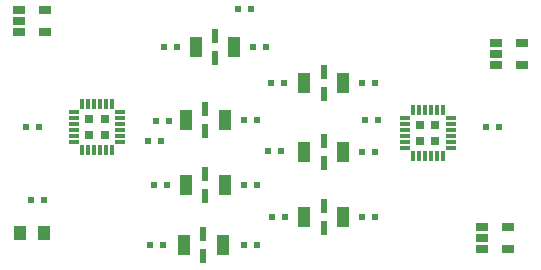
<source format=gtp>
G04 #@! TF.FileFunction,Paste,Top*
%FSLAX46Y46*%
G04 Gerber Fmt 4.6, Leading zero omitted, Abs format (unit mm)*
G04 Created by KiCad (PCBNEW 4.0.2-stable) date Sun Mar 13 22:43:45 2016*
%MOMM*%
G01*
G04 APERTURE LIST*
%ADD10C,0.100000*%
%ADD11R,0.600000X0.500000*%
%ADD12R,1.000000X1.250000*%
%ADD13R,1.040000X1.800000*%
%ADD14R,0.610000X1.245000*%
%ADD15R,0.300000X0.850000*%
%ADD16R,0.850000X0.300000*%
%ADD17R,0.780000X0.780000*%
%ADD18R,1.060000X0.650000*%
G04 APERTURE END LIST*
D10*
D11*
X199050000Y-107400000D03*
X200150000Y-107400000D03*
X210500000Y-108600000D03*
X209400000Y-108600000D03*
X210650000Y-117400000D03*
X209550000Y-117400000D03*
X221010000Y-115000000D03*
X219910000Y-115000000D03*
X211010000Y-112310000D03*
X209910000Y-112310000D03*
X220650000Y-109400000D03*
X219550000Y-109400000D03*
X211150000Y-106900000D03*
X210050000Y-106900000D03*
X220900000Y-103650000D03*
X219800000Y-103650000D03*
X211900000Y-100650000D03*
X210800000Y-100650000D03*
X218150000Y-97400000D03*
X217050000Y-97400000D03*
X218650000Y-117400000D03*
X217550000Y-117400000D03*
X228630000Y-115000000D03*
X227530000Y-115000000D03*
X218630000Y-112310000D03*
X217530000Y-112310000D03*
X228630000Y-109490000D03*
X227530000Y-109490000D03*
X218630000Y-106830000D03*
X217530000Y-106830000D03*
X228630000Y-103660000D03*
X227530000Y-103660000D03*
X219400000Y-100650000D03*
X218300000Y-100650000D03*
D12*
X198600000Y-116400000D03*
X200600000Y-116400000D03*
D11*
X199500000Y-113600000D03*
X200600000Y-113600000D03*
X227800000Y-106800000D03*
X228900000Y-106800000D03*
X239150000Y-107400000D03*
X238050000Y-107400000D03*
D13*
X212475000Y-117400000D03*
X215725000Y-117400000D03*
D14*
X214100000Y-118327500D03*
X214100000Y-116472500D03*
D13*
X222645000Y-115000000D03*
X225895000Y-115000000D03*
D14*
X224270000Y-115927500D03*
X224270000Y-114072500D03*
D13*
X212645000Y-112310000D03*
X215895000Y-112310000D03*
D14*
X214270000Y-113237500D03*
X214270000Y-111382500D03*
D13*
X222645000Y-109490000D03*
X225895000Y-109490000D03*
D14*
X224270000Y-110417500D03*
X224270000Y-108562500D03*
D13*
X212645000Y-106830000D03*
X215895000Y-106830000D03*
D14*
X214270000Y-107757500D03*
X214270000Y-105902500D03*
D13*
X222645000Y-103660000D03*
X225895000Y-103660000D03*
D14*
X224270000Y-104587500D03*
X224270000Y-102732500D03*
D13*
X213475000Y-100650000D03*
X216725000Y-100650000D03*
D14*
X215100000Y-101577500D03*
X215100000Y-99722500D03*
D15*
X203850000Y-109350000D03*
X204350000Y-109350000D03*
X204850000Y-109350000D03*
X205350000Y-109350000D03*
X205850000Y-109350000D03*
X206350000Y-109350000D03*
D16*
X207050000Y-108650000D03*
X207050000Y-108150000D03*
X207050000Y-107650000D03*
X207050000Y-107150000D03*
X207050000Y-106650000D03*
X207050000Y-106150000D03*
D15*
X206350000Y-105450000D03*
X205850000Y-105450000D03*
X205350000Y-105450000D03*
X204850000Y-105450000D03*
X204350000Y-105450000D03*
X203850000Y-105450000D03*
D16*
X203150000Y-106150000D03*
X203150000Y-106650000D03*
X203150000Y-107150000D03*
X203150000Y-107650000D03*
X203150000Y-108150000D03*
X203150000Y-108650000D03*
D17*
X205750000Y-106750000D03*
X204450000Y-106750000D03*
X205750000Y-108050000D03*
X204450000Y-108050000D03*
D15*
X234350000Y-105950000D03*
X233850000Y-105950000D03*
X233350000Y-105950000D03*
X232850000Y-105950000D03*
X232350000Y-105950000D03*
X231850000Y-105950000D03*
D16*
X231150000Y-106650000D03*
X231150000Y-107150000D03*
X231150000Y-107650000D03*
X231150000Y-108150000D03*
X231150000Y-108650000D03*
X231150000Y-109150000D03*
D15*
X231850000Y-109850000D03*
X232350000Y-109850000D03*
X232850000Y-109850000D03*
X233350000Y-109850000D03*
X233850000Y-109850000D03*
X234350000Y-109850000D03*
D16*
X235050000Y-109150000D03*
X235050000Y-108650000D03*
X235050000Y-108150000D03*
X235050000Y-107650000D03*
X235050000Y-107150000D03*
X235050000Y-106650000D03*
D17*
X232450000Y-108550000D03*
X233750000Y-108550000D03*
X232450000Y-107250000D03*
X233750000Y-107250000D03*
D18*
X198500000Y-97450000D03*
X198500000Y-98400000D03*
X198500000Y-99350000D03*
X200700000Y-99350000D03*
X200700000Y-97450000D03*
X238900000Y-100250000D03*
X238900000Y-101200000D03*
X238900000Y-102150000D03*
X241100000Y-102150000D03*
X241100000Y-100250000D03*
X237700000Y-115850000D03*
X237700000Y-116800000D03*
X237700000Y-117750000D03*
X239900000Y-117750000D03*
X239900000Y-115850000D03*
M02*

</source>
